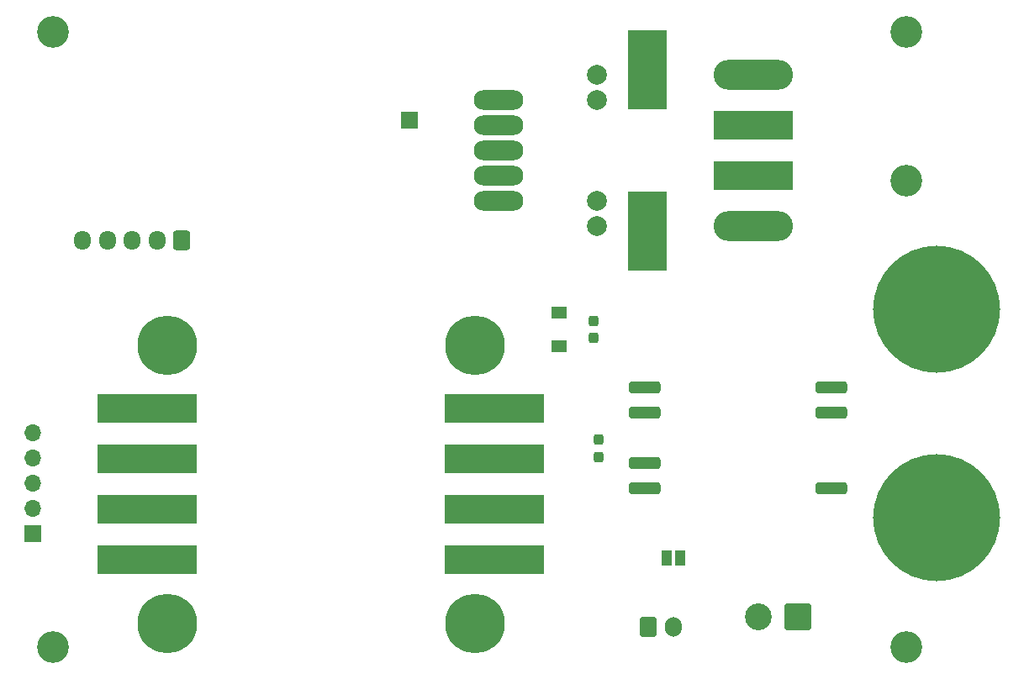
<source format=gbr>
%TF.GenerationSoftware,KiCad,Pcbnew,6.0.1-79c1e3a40b~116~ubuntu20.04.1*%
%TF.CreationDate,2022-11-30T14:03:44+09:00*%
%TF.ProjectId,Voltage-sensor-mother-board,566f6c74-6167-4652-9d73-656e736f722d,3.0*%
%TF.SameCoordinates,Original*%
%TF.FileFunction,Soldermask,Top*%
%TF.FilePolarity,Negative*%
%FSLAX46Y46*%
G04 Gerber Fmt 4.6, Leading zero omitted, Abs format (unit mm)*
G04 Created by KiCad (PCBNEW 6.0.1-79c1e3a40b~116~ubuntu20.04.1) date 2022-11-30 14:03:44*
%MOMM*%
%LPD*%
G01*
G04 APERTURE LIST*
G04 Aperture macros list*
%AMRoundRect*
0 Rectangle with rounded corners*
0 $1 Rounding radius*
0 $2 $3 $4 $5 $6 $7 $8 $9 X,Y pos of 4 corners*
0 Add a 4 corners polygon primitive as box body*
4,1,4,$2,$3,$4,$5,$6,$7,$8,$9,$2,$3,0*
0 Add four circle primitives for the rounded corners*
1,1,$1+$1,$2,$3*
1,1,$1+$1,$4,$5*
1,1,$1+$1,$6,$7*
1,1,$1+$1,$8,$9*
0 Add four rect primitives between the rounded corners*
20,1,$1+$1,$2,$3,$4,$5,0*
20,1,$1+$1,$4,$5,$6,$7,0*
20,1,$1+$1,$6,$7,$8,$9,0*
20,1,$1+$1,$8,$9,$2,$3,0*%
G04 Aperture macros list end*
%ADD10C,3.200000*%
%ADD11R,1.700000X1.700000*%
%ADD12O,1.700000X1.700000*%
%ADD13C,2.000000*%
%ADD14O,5.000000X2.000000*%
%ADD15O,8.000000X3.000000*%
%ADD16R,4.000000X8.000000*%
%ADD17R,8.000000X3.000000*%
%ADD18RoundRect,0.250001X1.099999X1.099999X-1.099999X1.099999X-1.099999X-1.099999X1.099999X-1.099999X0*%
%ADD19C,2.700000*%
%ADD20C,6.000000*%
%ADD21R,10.000000X3.000000*%
%ADD22RoundRect,0.300000X1.300000X0.300000X-1.300000X0.300000X-1.300000X-0.300000X1.300000X-0.300000X0*%
%ADD23RoundRect,0.237500X-0.237500X0.287500X-0.237500X-0.287500X0.237500X-0.287500X0.237500X0.287500X0*%
%ADD24C,12.800000*%
%ADD25C,6.800000*%
%ADD26RoundRect,0.250000X-0.600000X-0.750000X0.600000X-0.750000X0.600000X0.750000X-0.600000X0.750000X0*%
%ADD27O,1.700000X2.000000*%
%ADD28R,1.600000X1.200000*%
%ADD29R,1.000000X1.500000*%
%ADD30RoundRect,0.237500X0.237500X-0.300000X0.237500X0.300000X-0.237500X0.300000X-0.237500X-0.300000X0*%
%ADD31RoundRect,0.250000X0.600000X0.725000X-0.600000X0.725000X-0.600000X-0.725000X0.600000X-0.725000X0*%
%ADD32O,1.700000X1.950000*%
G04 APERTURE END LIST*
D10*
%TO.C,H2*%
X140000000Y-54000000D03*
%TD*%
D11*
%TO.C,J6*%
X52000000Y-104620000D03*
D12*
X52000000Y-102080000D03*
X52000000Y-99540000D03*
X52000000Y-97000000D03*
X52000000Y-94460000D03*
%TD*%
D10*
%TO.C,H5*%
X140000000Y-69000000D03*
%TD*%
D13*
%TO.C,M1*%
X108825000Y-60920000D03*
X108825000Y-73620000D03*
X108825000Y-71080000D03*
X108825000Y-58380000D03*
D14*
X98935000Y-71080000D03*
X98935000Y-68540000D03*
X98935000Y-66000000D03*
X98935000Y-63460000D03*
X98935000Y-60920000D03*
D15*
X124525000Y-73620000D03*
D16*
X113905000Y-74112000D03*
D17*
X124525000Y-68540000D03*
X124525000Y-63460000D03*
D16*
X113905000Y-57888000D03*
D15*
X124525000Y-58380000D03*
%TD*%
D11*
%TO.C,J5*%
X89905000Y-62888000D03*
%TD*%
D18*
%TO.C,J3*%
X129000000Y-113000000D03*
D19*
X125040000Y-113000000D03*
%TD*%
D20*
%TO.C,U2*%
X96500000Y-85620000D03*
X65500000Y-113620000D03*
X96500000Y-113620000D03*
X65500000Y-85620000D03*
D21*
X63500000Y-107240000D03*
X63500000Y-102160000D03*
X63500000Y-97080000D03*
X63500000Y-92000000D03*
X98500000Y-107240000D03*
X98500000Y-102160000D03*
X98500000Y-97080000D03*
X98500000Y-92000000D03*
%TD*%
D22*
%TO.C,U1*%
X132400000Y-100000000D03*
X132400000Y-92380000D03*
X132400000Y-89840000D03*
X113600000Y-89840000D03*
X113600000Y-92380000D03*
X113600000Y-97460000D03*
X113600000Y-100000000D03*
%TD*%
D23*
%TO.C,D1*%
X108500000Y-83125000D03*
X108500000Y-84875000D03*
%TD*%
D24*
%TO.C,J2*%
X143000000Y-103000000D03*
D25*
X143000000Y-103000000D03*
%TD*%
D26*
%TO.C,J4*%
X114000000Y-114000000D03*
D27*
X116500000Y-114000000D03*
%TD*%
D10*
%TO.C,H1*%
X140000000Y-116000000D03*
%TD*%
D24*
%TO.C,J1*%
X143000000Y-82000000D03*
D25*
X143000000Y-82000000D03*
%TD*%
D28*
%TO.C,D2*%
X105000000Y-82300000D03*
X105000000Y-85700000D03*
%TD*%
D10*
%TO.C,H4*%
X54000000Y-54000000D03*
%TD*%
D29*
%TO.C,JP1*%
X115850000Y-107000000D03*
X117150000Y-107000000D03*
%TD*%
D10*
%TO.C,H3*%
X54000000Y-116000000D03*
%TD*%
D30*
%TO.C,C1*%
X109000000Y-96862500D03*
X109000000Y-95137500D03*
%TD*%
D31*
%TO.C,J7*%
X67000000Y-75000000D03*
D32*
X64500000Y-75000000D03*
X62000000Y-75000000D03*
X59500000Y-75000000D03*
X57000000Y-75000000D03*
%TD*%
M02*

</source>
